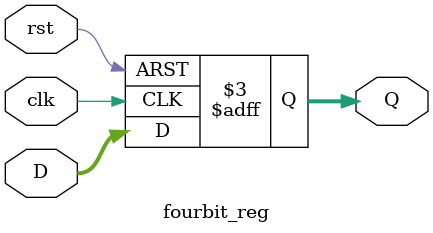
<source format=v>
module fourbit_reg(D, clk, rst, Q);
	input[3:0] D; 
	input clk,rst;
	output reg[3:0] Q; 

always @ (posedge clk or posedge rst) begin
	if (rst == 1'b1)
		Q <= 4'b0000; 
	else
		Q <= D; 
end 
endmodule
</source>
